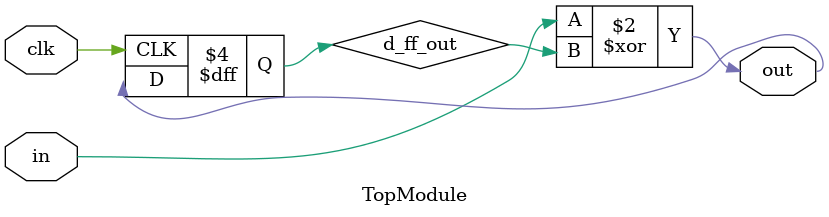
<source format=sv>
module TopModule (
    input  logic clk,
    input  logic in,
    output logic out
);

    logic d_ff_out;

    // Combinational logic for XOR
    always @(*) begin
        out = in ^ d_ff_out;
    end

    // D flip-flop
    always @(posedge clk) begin
        d_ff_out <= out;
    end

endmodule
</source>
